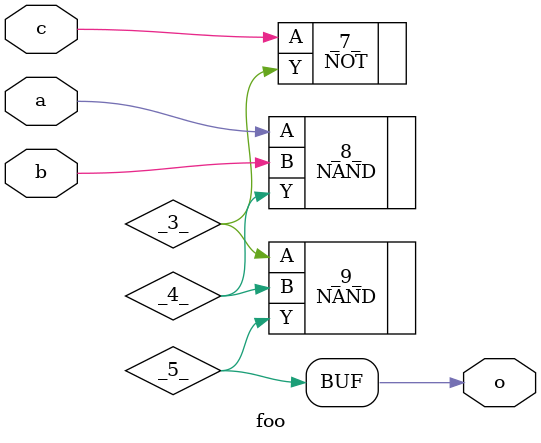
<source format=v>
/* Generated by Yosys 0.9 (git sha1 UNKNOWN, clang 12.0.0 -fPIC -Os) */

(* top =  1  *)
(* src = "foo.v:1" *)
module foo(a, b, c, o);
  (* src = "foo.v:2" *)
  wire _0_;
  (* src = "foo.v:3" *)
  wire _1_;
  (* src = "foo.v:4" *)
  wire _2_;
  wire _3_;
  wire _4_;
  (* src = "foo.v:5" *)
  wire _5_;
  (* src = "foo.v:8" *)
  wire _6_;
  (* src = "foo.v:2" *)
  input a;
  (* src = "foo.v:3" *)
  input b;
  (* src = "foo.v:4" *)
  input c;
  (* src = "foo.v:5" *)
  output o;
  NOT _7_ (
    .A(_2_),
    .Y(_3_)
  );
  NAND _8_ (
    .A(_0_),
    .B(_1_),
    .Y(_4_)
  );
  NAND _9_ (
    .A(_3_),
    .B(_4_),
    .Y(_5_)
  );
  assign _0_ = a;
  assign _1_ = b;
  assign _2_ = c;
  assign o = _5_;
endmodule

</source>
